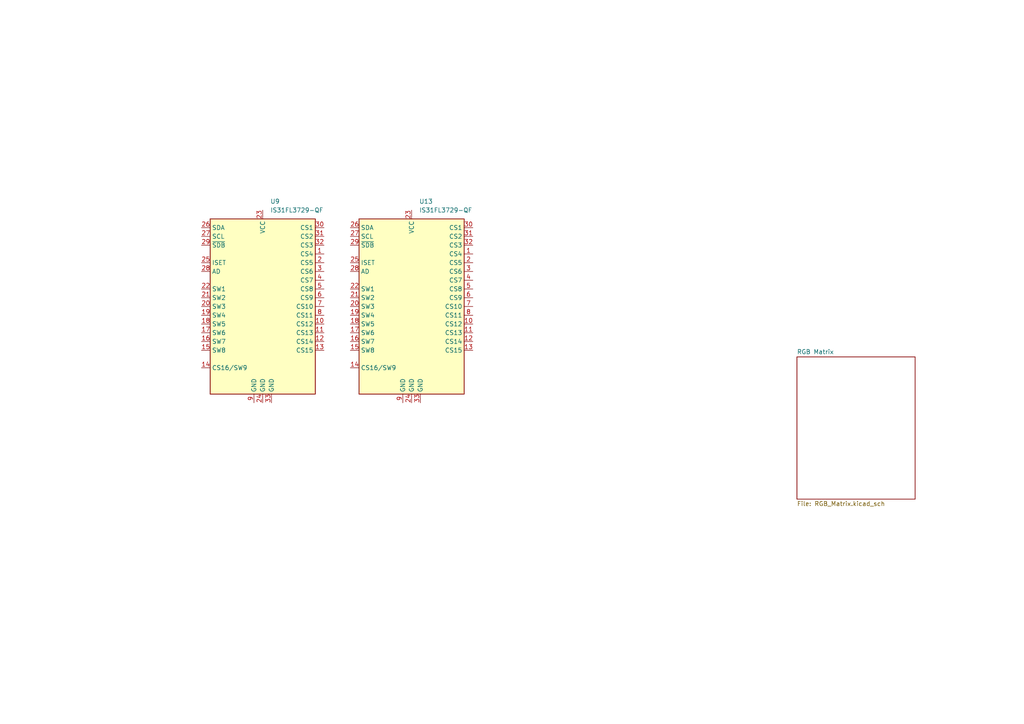
<source format=kicad_sch>
(kicad_sch (version 20231120) (generator "eeschema") (generator_version "8.0")
  (paper "A4")
  (lib_symbols
    (symbol "horrortroll_lib:IS31FL3729-QF"
      (property "Reference" "U" (at 10.16 30.48 0))
      (property "Value" "IS31FL3729-QF" (at 10.16 27.94 0))
      (symbol "IS31FL3729-QF_0_1"
        (rectangle (start -15.24 25.4) (end 15.24 -25.4) (stroke (width 0.254)) (fill (type background)))
      )
      (symbol "IS31FL3729-QF_1_1"
        (pin output line (at 17.78 15.24 180) (length 2.54) (name "CS4") (number "1"))
        (pin output line (at 17.78 -5.08 180) (length 2.54) (name "CS12") (number "10"))
        (pin output line (at 17.78 -7.62 180) (length 2.54) (name "CS13") (number "11"))
        (pin output line (at 17.78 -10.16 180) (length 2.54) (name "CS14") (number "12"))
        (pin output line (at 17.78 -12.7 180) (length 2.54) (name "CS15") (number "13"))
        (pin output line (at -17.78 -17.78 0) (length 2.54) (name "CS16/SW9") (number "14"))
        (pin input line (at -17.78 -12.7 0) (length 2.54) (name "SW8") (number "15"))
        (pin input line (at -17.78 -10.16 0) (length 2.54) (name "SW7") (number "16"))
        (pin input line (at -17.78 -7.62 0) (length 2.54) (name "SW6") (number "17"))
        (pin input line (at -17.78 -5.08 0) (length 2.54) (name "SW5") (number "18"))
        (pin input line (at -17.78 -2.54 0) (length 2.54) (name "SW4") (number "19"))
        (pin output line (at 17.78 12.7 180) (length 2.54) (name "CS5") (number "2"))
        (pin input line (at -17.78 0 0) (length 2.54) (name "SW3") (number "20"))
        (pin input line (at -17.78 2.54 0) (length 2.54) (name "SW2") (number "21"))
        (pin input line (at -17.78 5.08 0) (length 2.54) (name "SW1") (number "22"))
        (pin power_in line (at 0 27.94 270) (length 2.54) (name "VCC") (number "23"))
        (pin power_in line (at 0 -27.94 90) (length 2.54) (name "GND") (number "24"))
        (pin passive line (at -17.78 12.7 0) (length 2.54) (name "ISET") (number "25"))
        (pin bidirectional line (at -17.78 22.86 0) (length 2.54) (name "SDA") (number "26"))
        (pin input line (at -17.78 20.32 0) (length 2.54) (name "SCL") (number "27"))
        (pin input line (at -17.78 10.16 0) (length 2.54) (name "AD") (number "28"))
        (pin input line (at -17.78 17.78 0) (length 2.54) (name "~{SDB}") (number "29"))
        (pin output line (at 17.78 10.16 180) (length 2.54) (name "CS6") (number "3"))
        (pin output line (at 17.78 22.86 180) (length 2.54) (name "CS1") (number "30"))
        (pin output line (at 17.78 20.32 180) (length 2.54) (name "CS2") (number "31"))
        (pin output line (at 17.78 17.78 180) (length 2.54) (name "CS3") (number "32"))
        (pin power_in line (at 2.54 -27.94 90) (length 2.54) (name "GND") (number "33"))
        (pin output line (at 17.78 7.62 180) (length 2.54) (name "CS7") (number "4"))
        (pin output line (at 17.78 5.08 180) (length 2.54) (name "CS8") (number "5"))
        (pin output line (at 17.78 2.54 180) (length 2.54) (name "CS9") (number "6"))
        (pin output line (at 17.78 0 180) (length 2.54) (name "CS10") (number "7"))
        (pin output line (at 17.78 -2.54 180) (length 2.54) (name "CS11") (number "8"))
        (pin power_in line (at -2.54 -27.94 90) (length 2.54) (name "GND") (number "9"))
      )
    )
  )
  (symbol (lib_id "horrortroll_lib:IS31FL3729-QF") (at 119.38 88.9 0) (unit 1)
    (property "Reference" "U13" (at 121.5741 58.42 0) (effects (justify left)))
    (property "Value" "IS31FL3729-QF" (at 121.5741 60.96 0) (effects (justify left)))
    (property "Footprint" "Package_DFN_QFN:QFN-32-1EP_4x4mm_P0.4mm_EP2.9x2.9mm_ThermalVias" (effects (hide yes)))
    (property "Datasheet" "https://www.lumissil.com/assets/pdf/core/IS31FL3729_DS.pdf" (effects (hide yes)))
  )
  (symbol (lib_id "horrortroll_lib:IS31FL3729-QF") (at 76.2 88.9 0) (unit 1)
    (property "Reference" "U9" (at 78.3941 58.42 0) (effects (justify left)))
    (property "Value" "IS31FL3729-QF" (at 78.3941 60.96 0) (effects (justify left)))
    (property "Footprint" "Package_DFN_QFN:QFN-32-1EP_4x4mm_P0.4mm_EP2.9x2.9mm_ThermalVias" (effects (hide yes)))
    (property "Datasheet" "https://www.lumissil.com/assets/pdf/core/IS31FL3729_DS.pdf" (effects (hide yes)))
  )
  (sheet (at 231.14 103.505) (size 34.29 41.275) (stroke (width 0.1524))
    (property "Sheetname" "RGB Matrix" (at 231.14 102.7934 0) (effects (justify left bottom)))
    (property "Sheetfile" "RGB_Matrix.kicad_sch" (at 231.14 145.3646 0) (effects (justify left top)))
  )
)
</source>
